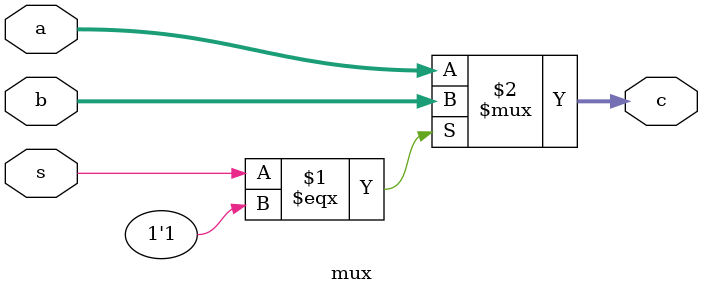
<source format=v>
`timescale 1ns / 1ps

module mux (
    input [31:0] a,b,
    input s,
    output [31:0] c
);
    assign c = (s === 1'b1) ? b:a;
endmodule


</source>
